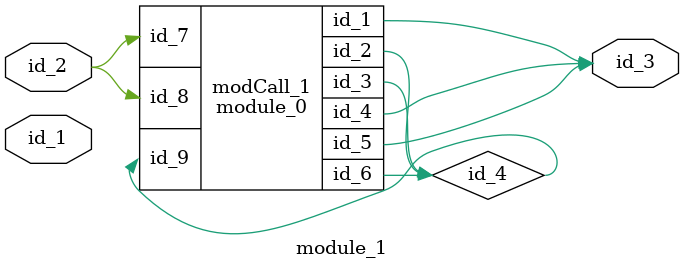
<source format=v>
module module_0 (
    id_1,
    id_2,
    id_3,
    id_4,
    id_5,
    id_6,
    id_7,
    id_8,
    id_9
);
  input wire id_9;
  input wire id_8;
  input wire id_7;
  inout wire id_6;
  output wire id_5;
  output wire id_4;
  inout wire id_3;
  inout wire id_2;
  output wire id_1;
  assign id_2 = id_6;
endmodule
module module_1 (
    id_1,
    id_2,
    id_3
);
  output wire id_3;
  input wire id_2;
  input wire id_1;
  wire id_4;
  module_0 modCall_1 (
      id_3,
      id_4,
      id_4,
      id_3,
      id_3,
      id_4,
      id_2,
      id_2,
      id_4
  );
  wire id_5, id_6, id_7;
endmodule

</source>
